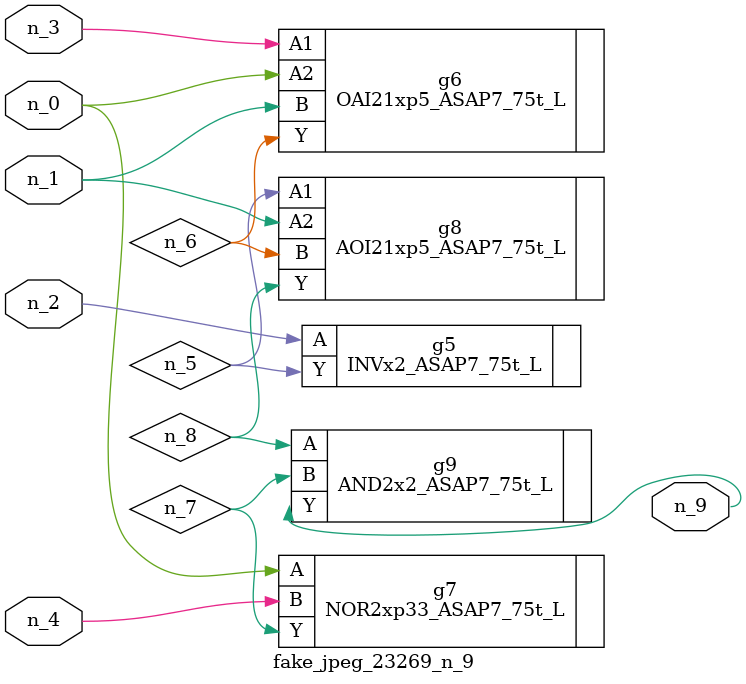
<source format=v>
module fake_jpeg_23269_n_9 (n_3, n_2, n_1, n_0, n_4, n_9);

input n_3;
input n_2;
input n_1;
input n_0;
input n_4;

output n_9;

wire n_8;
wire n_6;
wire n_5;
wire n_7;

INVx2_ASAP7_75t_L g5 ( 
.A(n_2),
.Y(n_5)
);

OAI21xp5_ASAP7_75t_L g6 ( 
.A1(n_3),
.A2(n_0),
.B(n_1),
.Y(n_6)
);

NOR2xp33_ASAP7_75t_L g7 ( 
.A(n_0),
.B(n_4),
.Y(n_7)
);

AOI21xp5_ASAP7_75t_L g8 ( 
.A1(n_5),
.A2(n_1),
.B(n_6),
.Y(n_8)
);

AND2x2_ASAP7_75t_L g9 ( 
.A(n_8),
.B(n_7),
.Y(n_9)
);


endmodule
</source>
